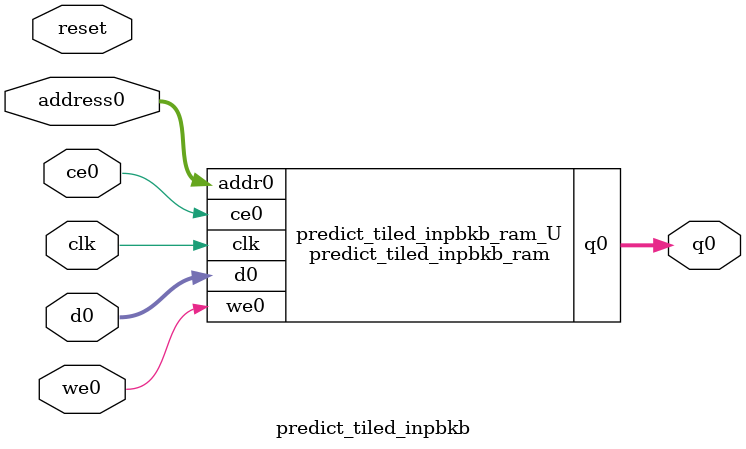
<source format=v>

`timescale 1 ns / 1 ps
module predict_tiled_inpbkb_ram (addr0, ce0, d0, we0, q0,  clk);

parameter DWIDTH = 32;
parameter AWIDTH = 17;
parameter MEM_SIZE = 78400;

input[AWIDTH-1:0] addr0;
input ce0;
input[DWIDTH-1:0] d0;
input we0;
output reg[DWIDTH-1:0] q0;
input clk;

(* ram_style = "block" *)reg [DWIDTH-1:0] ram[0:MEM_SIZE-1];




always @(posedge clk)  
begin 
    if (ce0) 
    begin
        if (we0) 
        begin 
            ram[addr0] <= d0; 
            q0 <= d0;
        end 
        else 
            q0 <= ram[addr0];
    end
end


endmodule


`timescale 1 ns / 1 ps
module predict_tiled_inpbkb(
    reset,
    clk,
    address0,
    ce0,
    we0,
    d0,
    q0);

parameter DataWidth = 32'd32;
parameter AddressRange = 32'd78400;
parameter AddressWidth = 32'd17;
input reset;
input clk;
input[AddressWidth - 1:0] address0;
input ce0;
input we0;
input[DataWidth - 1:0] d0;
output[DataWidth - 1:0] q0;



predict_tiled_inpbkb_ram predict_tiled_inpbkb_ram_U(
    .clk( clk ),
    .addr0( address0 ),
    .ce0( ce0 ),
    .we0( we0 ),
    .d0( d0 ),
    .q0( q0 ));

endmodule


</source>
